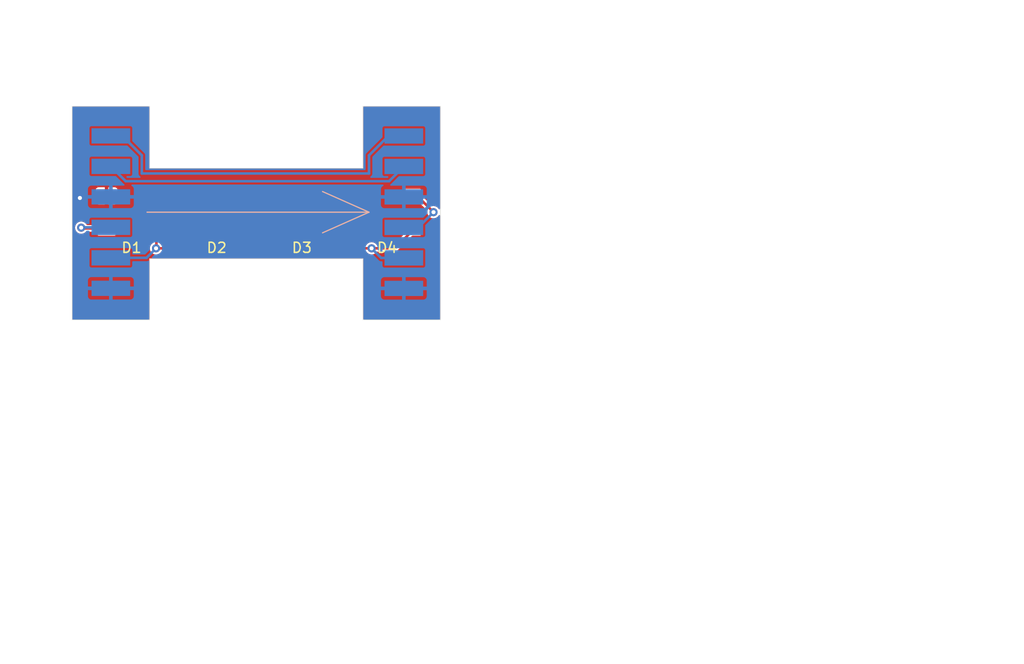
<source format=kicad_pcb>
(kicad_pcb (version 20211014) (generator pcbnew)
  (layers (0 "F.Cu" signal) (31 "B.Cu" signal) (34 "B.Paste" user) (35 "F.Paste" user) (36 "B.SilkS" user "B.Silkscreen") (37 "F.SilkS" user "F.Silkscreen") (38 "B.Mask" user) (39 "F.Mask" user) (44 "Edge.Cuts" user))
  (net 0 "")
  (net 1 "+5V")
  (net 2 "GND")
  (net 3 "Net-(CN1-Pad2)")
  (net 4 "Net-(CN2-Pad3)")
  (net 5 "Net-(D1-Pad2)")
  (net 6 "Net-(D2-Pad2)")
  (net 7 "Net-(D3-Pad2)")
  (net 8 "Net-(D4-Pad2)")
  (net 9 "Net-(CN1-Pad1)")
  (footprint "LED_SMD:LED_WS2812B_PLCC4_5.0x5.0mm_P3.2mm" (layer "F.Cu") (at 128.27 107.95 180)
    (fp_text reference "D1" (at 0 -3.5) (layer "F.SilkS"))
    (fp_text value "WS2812B")
    (pad "1" smd rect (at -2.45 -1.6 180) (size 1.5 1) (layers "F.Cu" "F.Paste" "F.Mask") (net 1 "+5V"))
    (pad "2" smd rect (at -2.45 1.6 180) (size 1.5 1) (layers "F.Cu" "F.Paste" "F.Mask") (net 5 "Net-(D1-Pad2)"))
    (pad "3" smd rect (at 2.45 1.6 180) (size 1.5 1) (layers "F.Cu" "F.Paste" "F.Mask") (net 2 "GND"))
    (pad "4" smd rect (at 2.45 -1.6 180) (size 1.5 1) (layers "F.Cu" "F.Paste" "F.Mask") (net 4 "Net-(CN2-Pad3)"))
  )
  (footprint "LED_SMD:LED_WS2812B_PLCC4_5.0x5.0mm_P3.2mm" (layer "F.Cu") (at 136.652 107.95 180)
    (fp_text reference "D2" (at 0 -3.5) (layer "F.SilkS"))
    (fp_text value "WS2812B")
    (pad "1" smd rect (at -2.45 -1.6 180) (size 1.5 1) (layers "F.Cu" "F.Paste" "F.Mask") (net 1 "+5V"))
    (pad "2" smd rect (at -2.45 1.6 180) (size 1.5 1) (layers "F.Cu" "F.Paste" "F.Mask") (net 6 "Net-(D2-Pad2)"))
    (pad "3" smd rect (at 2.45 1.6 180) (size 1.5 1) (layers "F.Cu" "F.Paste" "F.Mask") (net 2 "GND"))
    (pad "4" smd rect (at 2.45 -1.6 180) (size 1.5 1) (layers "F.Cu" "F.Paste" "F.Mask") (net 5 "Net-(D1-Pad2)"))
  )
  (footprint "LED_SMD:LED_WS2812B_PLCC4_5.0x5.0mm_P3.2mm" (layer "F.Cu") (at 153.416 107.95 180)
    (fp_text reference "D4" (at 0 -3.5) (layer "F.SilkS"))
    (fp_text value "WS2812B")
    (pad "1" smd rect (at -2.45 -1.6 180) (size 1.5 1) (layers "F.Cu" "F.Paste" "F.Mask") (net 1 "+5V"))
    (pad "2" smd rect (at -2.45 1.6 180) (size 1.5 1) (layers "F.Cu" "F.Paste" "F.Mask") (net 8 "Net-(D4-Pad2)"))
    (pad "3" smd rect (at 2.45 1.6 180) (size 1.5 1) (layers "F.Cu" "F.Paste" "F.Mask") (net 2 "GND"))
    (pad "4" smd rect (at 2.45 -1.6 180) (size 1.5 1) (layers "F.Cu" "F.Paste" "F.Mask") (net 7 "Net-(D3-Pad2)"))
  )
  (footprint "LED_SMD:LED_WS2812B_PLCC4_5.0x5.0mm_P3.2mm" (layer "F.Cu") (at 145.034 107.95 180)
    (fp_text reference "D3" (at 0 -3.5) (layer "F.SilkS"))
    (fp_text value "WS2812B")
    (pad "1" smd rect (at -2.45 -1.6 180) (size 1.5 1) (layers "F.Cu" "F.Paste" "F.Mask") (net 1 "+5V"))
    (pad "2" smd rect (at -2.45 1.6 180) (size 1.5 1) (layers "F.Cu" "F.Paste" "F.Mask") (net 7 "Net-(D3-Pad2)"))
    (pad "3" smd rect (at 2.45 1.6 180) (size 1.5 1) (layers "F.Cu" "F.Paste" "F.Mask") (net 2 "GND"))
    (pad "4" smd rect (at 2.45 -1.6 180) (size 1.5 1) (layers "F.Cu" "F.Paste" "F.Mask") (net 6 "Net-(D2-Pad2)"))
  )
  (footprint "Adafruit NeoPixel 8 Stick:1X4-SMT" (layer "B.Cu") (at 126.873 107.442 90)
    (fp_text reference "CN2" hide)
    (fp_text value "1X4SMT" hide)
    (pad "1" smd rect (at -8 -0.635 90) (size 1.5 3.8) (layers "B.Cu" "B.Paste" "B.Mask") (net 2 "GND"))
    (pad "2" smd rect (at -5 -0.635 90) (size 1.5 3.8) (layers "B.Cu" "B.Paste" "B.Mask") (net 1 "+5V"))
    (pad "3" smd rect (at -2 -0.635 90) (size 1.5 3.8) (layers "B.Cu" "B.Paste" "B.Mask") (net 4 "Net-(CN2-Pad3)"))
    (pad "4" smd rect (at 1 -0.635 90) (size 1.5 3.8) (layers "B.Cu" "B.Paste" "B.Mask") (net 2 "GND"))
    (pad "5" smd rect (at 4 -0.635 90) (size 1.5 3.8) (layers "B.Cu" "B.Paste" "B.Mask") (net 3 "Net-(CN1-Pad2)"))
    (pad "6" smd rect (at 7 -0.635 90) (size 1.5 3.8) (layers "B.Cu" "B.Paste" "B.Mask") (net 9 "Net-(CN1-Pad1)"))
  )
  (footprint "Adafruit NeoPixel 8 Stick:1X4-SMT" (layer "B.Cu") (at 154.432 108.45 -90)
    (fp_text reference "CN1" hide)
    (fp_text value "1X4SMT" hide)
    (pad "1" smd rect (at -8 -0.635 270) (size 1.5 3.8) (layers "B.Cu" "B.Paste" "B.Mask") (net 9 "Net-(CN1-Pad1)"))
    (pad "2" smd rect (at -5 -0.635 270) (size 1.5 3.8) (layers "B.Cu" "B.Paste" "B.Mask") (net 3 "Net-(CN1-Pad2)"))
    (pad "3" smd rect (at -2 -0.635 270) (size 1.5 3.8) (layers "B.Cu" "B.Paste" "B.Mask") (net 2 "GND"))
    (pad "4" smd rect (at 1 -0.635 270) (size 1.5 3.8) (layers "B.Cu" "B.Paste" "B.Mask") (net 8 "Net-(D4-Pad2)"))
    (pad "5" smd rect (at 4 -0.635 270) (size 1.5 3.8) (layers "B.Cu" "B.Paste" "B.Mask") (net 1 "+5V"))
    (pad "6" smd rect (at 7 -0.635 270) (size 1.5 3.8) (layers "B.Cu" "B.Paste" "B.Mask") (net 2 "GND"))
  )
  (gr_line (start 151.638 107.95) (end 147.066 105.918) (layer "B.SilkS") (width 0.12))
  (gr_line (start 151.638 107.95) (end 147.066 109.982) (layer "B.SilkS") (width 0.12))
  (gr_line (start 129.794 107.95) (end 151.638 107.95) (layer "B.SilkS") (width 0.12))
  (gr_line (start 130.048 118.536) (end 122.428 118.536) (layer "Edge.Cuts") (width 0.05))
  (gr_line (start 130.048 112.522) (end 151.048 112.522) (layer "Edge.Cuts") (width 0.05))
  (gr_line (start 158.668 97.536) (end 158.668 118.536) (layer "Edge.Cuts") (width 0.05))
  (gr_line (start 122.428 97.536) (end 122.428 118.536) (layer "Edge.Cuts") (width 0.05))
  (gr_line locked (start 158.668 118.536) (end 151.048 118.536) (layer "Edge.Cuts") (width 0.05))
  (gr_line (start 130.048 97.536) (end 130.048 103.632) (layer "Edge.Cuts") (width 0.05))
  (gr_line (start 151.048 118.536) (end 151.048 112.522) (layer "Edge.Cuts") (width 0.05))
  (gr_line (start 151.048 97.536) (end 158.668 97.536) (layer "Edge.Cuts") (width 0.05))
  (gr_line (start 122.428 97.536) (end 130.048 97.536) (layer "Edge.Cuts") (width 0.05))
  (gr_line (start 130.048 103.632) (end 151.048 103.632) (layer "Edge.Cuts") (width 0.05))
  (gr_line (start 151.048 97.536) (end 151.048 103.632) (layer "Edge.Cuts") (width 0.05))
  (gr_line (start 130.048 118.536) (end 130.048 112.522) (layer "Edge.Cuts") (width 0.05))
  (segment (start 130.81 111.506) (end 139.192 111.506) (width 0.25) (layer "F.Cu") (net 1))
  (segment (start 139.102 109.55) (end 139.102 111.416) (width 0.25) (layer "F.Cu") (net 1))
  (segment (start 147.484 109.55) (end 147.484 111.416) (width 0.25) (layer "F.Cu") (net 1))
  (segment (start 155.866 109.818) (end 154.178 111.506) (width 0.25) (layer "F.Cu") (net 1))
  (segment (start 130.72 109.55) (end 130.72 111.416) (width 0.25) (layer "F.Cu") (net 1))
  (segment (start 147.574 111.506) (end 154.178 111.506) (width 0.25) (layer "F.Cu") (net 1))
  (segment (start 139.102 111.416) (end 139.192 111.506) (width 0.25) (layer "F.Cu") (net 1))
  (segment (start 155.866 109.55) (end 155.866 109.818) (width 0.25) (layer "F.Cu") (net 1))
  (segment (start 130.72 111.416) (end 130.81 111.506) (width 0.25) (layer "F.Cu") (net 1))
  (segment (start 139.192 111.506) (end 147.574 111.506) (width 0.25) (layer "F.Cu") (net 1))
  (segment (start 147.484 111.416) (end 147.574 111.506) (width 0.25) (layer "F.Cu") (net 1))
  (via (at 130.683 111.506) (size 0.8) (drill 0.4) (layers "F.Cu" "B.Cu") (net 1))
  (via (at 151.892 111.506) (size 0.8) (drill 0.4) (layers "F.Cu" "B.Cu") (net 1))
  (segment (start 151.892 111.506) (end 152.836 112.45) (width 0.25) (layer "B.Cu") (net 1))
  (segment (start 152.836 112.45) (end 155.067 112.45) (width 0.25) (layer "B.Cu") (net 1))
  (segment (start 129.747 112.442) (end 130.683 111.506) (width 0.25) (layer "B.Cu") (net 1))
  (segment (start 126.238 112.442) (end 129.747 112.442) (width 0.25) (layer "B.Cu") (net 1))
  (via (at 123.19 106.553) (size 0.8) (drill 0.4) (layers "F.Cu" "B.Cu") (net 2))
  (segment (start 153.615 104.902) (end 127.698 104.902) (width 0.25) (layer "B.Cu") (net 3))
  (segment (start 155.067 103.45) (end 153.615 104.902) (width 0.25) (layer "B.Cu") (net 3))
  (segment (start 127.698 104.902) (end 126.238 103.442) (width 0.25) (layer "B.Cu") (net 3))
  (segment (start 125.82 109.55) (end 123.393 109.55) (width 0.25) (layer "F.Cu") (net 4))
  (segment (start 123.393 109.55) (end 123.317 109.474) (width 0.25) (layer "F.Cu") (net 4))
  (via (at 123.317 109.474) (size 0.8) (drill 0.4) (layers "F.Cu" "B.Cu") (net 4))
  (segment (start 126.238 109.442) (end 123.349 109.442) (width 0.25) (layer "B.Cu") (net 4))
  (segment (start 123.349 109.442) (end 123.317 109.474) (width 0.25) (layer "B.Cu") (net 4))
  (segment (start 131.002 106.35) (end 134.202 109.55) (width 0.25) (layer "F.Cu") (net 5))
  (segment (start 130.72 106.35) (end 131.002 106.35) (width 0.25) (layer "F.Cu") (net 5))
  (segment (start 139.102 106.35) (end 139.384 106.35) (width 0.25) (layer "F.Cu") (net 6))
  (segment (start 139.384 106.35) (end 142.584 109.55) (width 0.25) (layer "F.Cu") (net 6))
  (segment (start 147.766 106.35) (end 150.966 109.55) (width 0.25) (layer "F.Cu") (net 7))
  (segment (start 147.484 106.35) (end 147.766 106.35) (width 0.25) (layer "F.Cu") (net 7))
  (segment (start 156.388 106.35) (end 157.988 107.95) (width 0.25) (layer "F.Cu") (net 8))
  (segment (start 155.866 106.35) (end 156.388 106.35) (width 0.25) (layer "F.Cu") (net 8))
  (via (at 157.988 107.95) (size 0.8) (drill 0.4) (layers "F.Cu" "B.Cu") (net 8))
  (segment (start 155.067 109.45) (end 156.488 109.45) (width 0.25) (layer "B.Cu") (net 8))
  (segment (start 156.488 109.45) (end 157.988 107.95) (width 0.25) (layer "B.Cu") (net 8))
  (segment (start 153.55 100.45) (end 155.067 100.45) (width 0.25) (layer "B.Cu") (net 9))
  (segment (start 129.286 104.14) (end 151.638 104.14) (width 0.25) (layer "B.Cu") (net 9))
  (segment (start 127.366 100.442) (end 129.286 102.362) (width 0.25) (layer "B.Cu") (net 9))
  (segment (start 129.286 102.362) (end 129.286 104.14) (width 0.25) (layer "B.Cu") (net 9))
  (segment (start 151.638 102.362) (end 153.55 100.45) (width 0.25) (layer "B.Cu") (net 9))
  (segment (start 126.238 100.442) (end 127.366 100.442) (width 0.25) (layer "B.Cu") (net 9))
  (segment (start 151.638 104.14) (end 151.638 102.362) (width 0.25) (layer "B.Cu") (net 9))
  (zone (net 2) (net_name "GND") (layers F&B.Cu) (priority 6) (connect_pads (clearance 0.000001)) (min_thickness 0.1524) (fill yes (thermal_gap 0.3548) (thermal_bridge_width 0.3548))
    (polygon (pts (xy 216.0905 152.4) (xy 115.3287 152.4) (xy 115.3287 87.0712) (xy 216.0905 87.0712)))
  )
)
</source>
